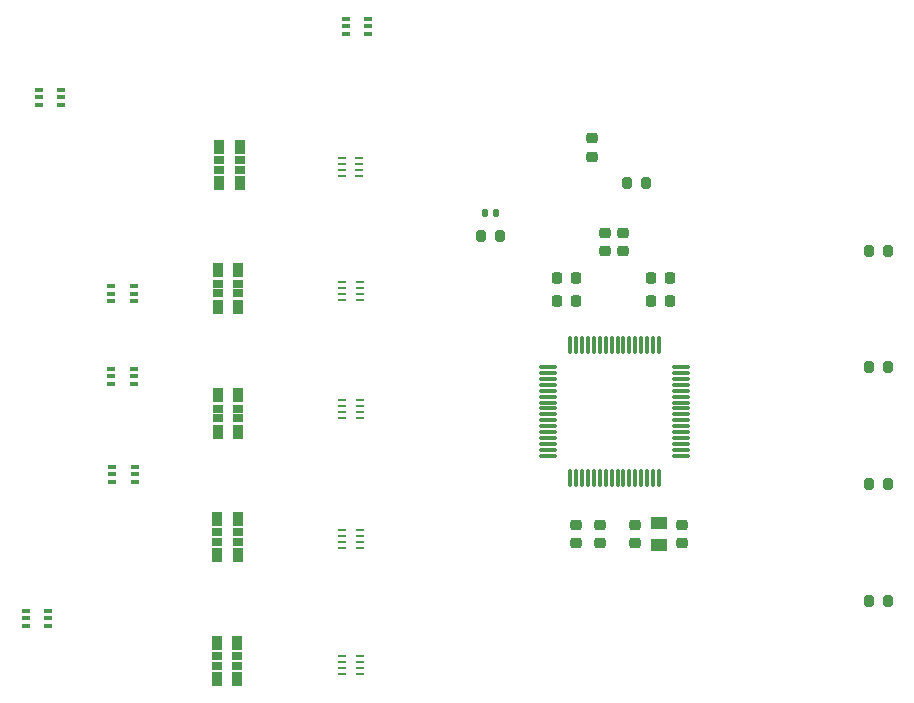
<source format=gbr>
%TF.GenerationSoftware,KiCad,Pcbnew,8.0.5*%
%TF.CreationDate,2025-02-18T14:06:23-08:00*%
%TF.ProjectId,eegw:ads1299,65656777-3a61-4647-9331-3239392e6b69,rev?*%
%TF.SameCoordinates,Original*%
%TF.FileFunction,Paste,Top*%
%TF.FilePolarity,Positive*%
%FSLAX46Y46*%
G04 Gerber Fmt 4.6, Leading zero omitted, Abs format (unit mm)*
G04 Created by KiCad (PCBNEW 8.0.5) date 2025-02-18 14:06:23*
%MOMM*%
%LPD*%
G01*
G04 APERTURE LIST*
G04 Aperture macros list*
%AMRoundRect*
0 Rectangle with rounded corners*
0 $1 Rounding radius*
0 $2 $3 $4 $5 $6 $7 $8 $9 X,Y pos of 4 corners*
0 Add a 4 corners polygon primitive as box body*
4,1,4,$2,$3,$4,$5,$6,$7,$8,$9,$2,$3,0*
0 Add four circle primitives for the rounded corners*
1,1,$1+$1,$2,$3*
1,1,$1+$1,$4,$5*
1,1,$1+$1,$6,$7*
1,1,$1+$1,$8,$9*
0 Add four rect primitives between the rounded corners*
20,1,$1+$1,$2,$3,$4,$5,0*
20,1,$1+$1,$4,$5,$6,$7,0*
20,1,$1+$1,$6,$7,$8,$9,0*
20,1,$1+$1,$8,$9,$2,$3,0*%
G04 Aperture macros list end*
%ADD10RoundRect,0.218750X0.256250X-0.218750X0.256250X0.218750X-0.256250X0.218750X-0.256250X-0.218750X0*%
%ADD11R,1.480000X1.100000*%
%ADD12RoundRect,0.140000X-0.140000X-0.170000X0.140000X-0.170000X0.140000X0.170000X-0.140000X0.170000X0*%
%ADD13RoundRect,0.075000X-0.662500X-0.075000X0.662500X-0.075000X0.662500X0.075000X-0.662500X0.075000X0*%
%ADD14RoundRect,0.075000X-0.075000X-0.662500X0.075000X-0.662500X0.075000X0.662500X-0.075000X0.662500X0*%
%ADD15RoundRect,0.225000X0.225000X0.250000X-0.225000X0.250000X-0.225000X-0.250000X0.225000X-0.250000X0*%
%ADD16R,0.965200X1.244600*%
%ADD17R,0.965200X0.660400*%
%ADD18RoundRect,0.200000X-0.200000X-0.275000X0.200000X-0.275000X0.200000X0.275000X-0.200000X0.275000X0*%
%ADD19R,0.685800X0.152400*%
%ADD20RoundRect,0.100000X0.225000X0.100000X-0.225000X0.100000X-0.225000X-0.100000X0.225000X-0.100000X0*%
%ADD21RoundRect,0.100000X-0.225000X-0.100000X0.225000X-0.100000X0.225000X0.100000X-0.225000X0.100000X0*%
%ADD22RoundRect,0.225000X0.250000X-0.225000X0.250000X0.225000X-0.250000X0.225000X-0.250000X-0.225000X0*%
%ADD23RoundRect,0.225000X-0.250000X0.225000X-0.250000X-0.225000X0.250000X-0.225000X0.250000X0.225000X0*%
%ADD24RoundRect,0.200000X0.200000X0.275000X-0.200000X0.275000X-0.200000X-0.275000X0.200000X-0.275000X0*%
G04 APERTURE END LIST*
D10*
%TO.C,FB1*%
X149800000Y-104587500D03*
X149800000Y-103012500D03*
%TD*%
D11*
%TO.C,C14*%
X155500000Y-135637000D03*
X155500000Y-137463000D03*
%TD*%
D12*
%TO.C,C4*%
X140782500Y-109325000D03*
X141742500Y-109325000D03*
%TD*%
D13*
%TO.C,U6*%
X146087500Y-122412500D03*
X146087500Y-122912500D03*
X146087500Y-123412500D03*
X146087500Y-123912500D03*
X146087500Y-124412500D03*
X146087500Y-124912500D03*
X146087500Y-125412500D03*
X146087500Y-125912500D03*
X146087500Y-126412500D03*
X146087500Y-126912500D03*
X146087500Y-127412500D03*
X146087500Y-127912500D03*
X146087500Y-128412500D03*
X146087500Y-128912500D03*
X146087500Y-129412500D03*
X146087500Y-129912500D03*
D14*
X148000000Y-131825000D03*
X148500000Y-131825000D03*
X149000000Y-131825000D03*
X149500000Y-131825000D03*
X150000000Y-131825000D03*
X150500000Y-131825000D03*
X151000000Y-131825000D03*
X151500000Y-131825000D03*
X152000000Y-131825000D03*
X152500000Y-131825000D03*
X153000000Y-131825000D03*
X153500000Y-131825000D03*
X154000000Y-131825000D03*
X154500000Y-131825000D03*
X155000000Y-131825000D03*
X155500000Y-131825000D03*
D13*
X157412500Y-129912500D03*
X157412500Y-129412500D03*
X157412500Y-128912500D03*
X157412500Y-128412500D03*
X157412500Y-127912500D03*
X157412500Y-127412500D03*
X157412500Y-126912500D03*
X157412500Y-126412500D03*
X157412500Y-125912500D03*
X157412500Y-125412500D03*
X157412500Y-124912500D03*
X157412500Y-124412500D03*
X157412500Y-123912500D03*
X157412500Y-123412500D03*
X157412500Y-122912500D03*
X157412500Y-122412500D03*
D14*
X155500000Y-120500000D03*
X155000000Y-120500000D03*
X154500000Y-120500000D03*
X154000000Y-120500000D03*
X153500000Y-120500000D03*
X153000000Y-120500000D03*
X152500000Y-120500000D03*
X152000000Y-120500000D03*
X151500000Y-120500000D03*
X151000000Y-120500000D03*
X150500000Y-120500000D03*
X150000000Y-120500000D03*
X149500000Y-120500000D03*
X149000000Y-120500000D03*
X148500000Y-120500000D03*
X148000000Y-120500000D03*
%TD*%
D15*
%TO.C,C12*%
X156412500Y-114825000D03*
X154862500Y-114825000D03*
%TD*%
D16*
%TO.C,R10*%
X118048900Y-145733800D03*
D17*
X118048900Y-146855210D03*
X118048900Y-147684520D03*
D16*
X118048900Y-148807200D03*
X119801500Y-148807200D03*
D17*
X119801500Y-147685790D03*
X119801500Y-146856480D03*
D16*
X119801500Y-145733800D03*
%TD*%
%TO.C,R5*%
X118134900Y-124794500D03*
D17*
X118134900Y-125915910D03*
X118134900Y-126745220D03*
D16*
X118134900Y-127867900D03*
X119887500Y-127867900D03*
D17*
X119887500Y-126746490D03*
X119887500Y-125917180D03*
D16*
X119887500Y-124794500D03*
%TD*%
D18*
%TO.C,R9*%
X173262500Y-132312500D03*
X174912500Y-132312500D03*
%TD*%
D19*
%TO.C,C1*%
X128664000Y-104662500D03*
X128664000Y-105170500D03*
X128664000Y-105678500D03*
X128664000Y-106186500D03*
X130137200Y-106186500D03*
X130137200Y-105678500D03*
X130137200Y-105170500D03*
X130137200Y-104662500D03*
%TD*%
D18*
%TO.C,R2*%
X140412500Y-111325000D03*
X142062500Y-111325000D03*
%TD*%
D20*
%TO.C,U2*%
X130912500Y-94212500D03*
X130912500Y-93562500D03*
X130912500Y-92912500D03*
X129012500Y-92912500D03*
X129012500Y-93562500D03*
X129012500Y-94212500D03*
%TD*%
D15*
%TO.C,C9*%
X148462500Y-114825000D03*
X146912500Y-114825000D03*
%TD*%
D21*
%TO.C,U5*%
X109136000Y-115532500D03*
X109136000Y-116182500D03*
X109136000Y-116832500D03*
X111036000Y-116832500D03*
X111036000Y-116182500D03*
X111036000Y-115532500D03*
%TD*%
D19*
%TO.C,C7*%
X128690800Y-125162500D03*
X128690800Y-125670500D03*
X128690800Y-126178500D03*
X128690800Y-126686500D03*
X130164000Y-126686500D03*
X130164000Y-126178500D03*
X130164000Y-125670500D03*
X130164000Y-125162500D03*
%TD*%
D21*
%TO.C,U7*%
X101887500Y-143032500D03*
X101887500Y-143682500D03*
X101887500Y-144332500D03*
X103787500Y-144332500D03*
X103787500Y-143682500D03*
X103787500Y-143032500D03*
%TD*%
D22*
%TO.C,C8*%
X157500000Y-137325000D03*
X157500000Y-135775000D03*
%TD*%
%TO.C,C16*%
X150500000Y-137325000D03*
X150500000Y-135775000D03*
%TD*%
D21*
%TO.C,U1*%
X103012500Y-98912500D03*
X103012500Y-99562500D03*
X103012500Y-100212500D03*
X104912500Y-100212500D03*
X104912500Y-99562500D03*
X104912500Y-98912500D03*
%TD*%
D22*
%TO.C,C10*%
X148500000Y-137325000D03*
X148500000Y-135775000D03*
%TD*%
D19*
%TO.C,C5*%
X128690800Y-115162500D03*
X128690800Y-115670500D03*
X128690800Y-116178500D03*
X128690800Y-116686500D03*
X130164000Y-116686500D03*
X130164000Y-116178500D03*
X130164000Y-115670500D03*
X130164000Y-115162500D03*
%TD*%
D16*
%TO.C,R6*%
X118096900Y-135270500D03*
D17*
X118096900Y-136391910D03*
X118096900Y-137221220D03*
D16*
X118096900Y-138343900D03*
X119849500Y-138343900D03*
D17*
X119849500Y-137222490D03*
X119849500Y-136393180D03*
D16*
X119849500Y-135270500D03*
%TD*%
D15*
%TO.C,C13*%
X156412500Y-116825000D03*
X154862500Y-116825000D03*
%TD*%
D16*
%TO.C,R1*%
X118286500Y-103770500D03*
D17*
X118286500Y-104891910D03*
X118286500Y-105721220D03*
D16*
X118286500Y-106843900D03*
X120039100Y-106843900D03*
D17*
X120039100Y-105722490D03*
X120039100Y-104893180D03*
D16*
X120039100Y-103770500D03*
%TD*%
D19*
%TO.C,C17*%
X128690800Y-146900500D03*
X128690800Y-147408500D03*
X128690800Y-147916500D03*
X128690800Y-148424500D03*
X130164000Y-148424500D03*
X130164000Y-147916500D03*
X130164000Y-147408500D03*
X130164000Y-146900500D03*
%TD*%
D18*
%TO.C,R11*%
X173262500Y-142212500D03*
X174912500Y-142212500D03*
%TD*%
D15*
%TO.C,C11*%
X148462500Y-116825000D03*
X146912500Y-116825000D03*
%TD*%
D18*
%TO.C,R8*%
X173262500Y-122412500D03*
X174912500Y-122412500D03*
%TD*%
D23*
%TO.C,C3*%
X152500000Y-111050000D03*
X152500000Y-112600000D03*
%TD*%
%TO.C,C2*%
X150912500Y-111050000D03*
X150912500Y-112600000D03*
%TD*%
D24*
%TO.C,R4*%
X154425000Y-106800000D03*
X152775000Y-106800000D03*
%TD*%
D19*
%TO.C,C6*%
X128690800Y-136162500D03*
X128690800Y-136670500D03*
X128690800Y-137178500D03*
X128690800Y-137686500D03*
X130164000Y-137686500D03*
X130164000Y-137178500D03*
X130164000Y-136670500D03*
X130164000Y-136162500D03*
%TD*%
D18*
%TO.C,R3*%
X173262500Y-112612500D03*
X174912500Y-112612500D03*
%TD*%
D16*
%TO.C,R7*%
X118134900Y-114209800D03*
D17*
X118134900Y-115331210D03*
X118134900Y-116160520D03*
D16*
X118134900Y-117283200D03*
X119887500Y-117283200D03*
D17*
X119887500Y-116161790D03*
X119887500Y-115332480D03*
D16*
X119887500Y-114209800D03*
%TD*%
D21*
%TO.C,U3*%
X109236000Y-130832500D03*
X109236000Y-131482500D03*
X109236000Y-132132500D03*
X111136000Y-132132500D03*
X111136000Y-131482500D03*
X111136000Y-130832500D03*
%TD*%
D22*
%TO.C,C15*%
X153500000Y-137325000D03*
X153500000Y-135775000D03*
%TD*%
D21*
%TO.C,U4*%
X109136000Y-122532500D03*
X109136000Y-123182500D03*
X109136000Y-123832500D03*
X111036000Y-123832500D03*
X111036000Y-123182500D03*
X111036000Y-122532500D03*
%TD*%
M02*

</source>
